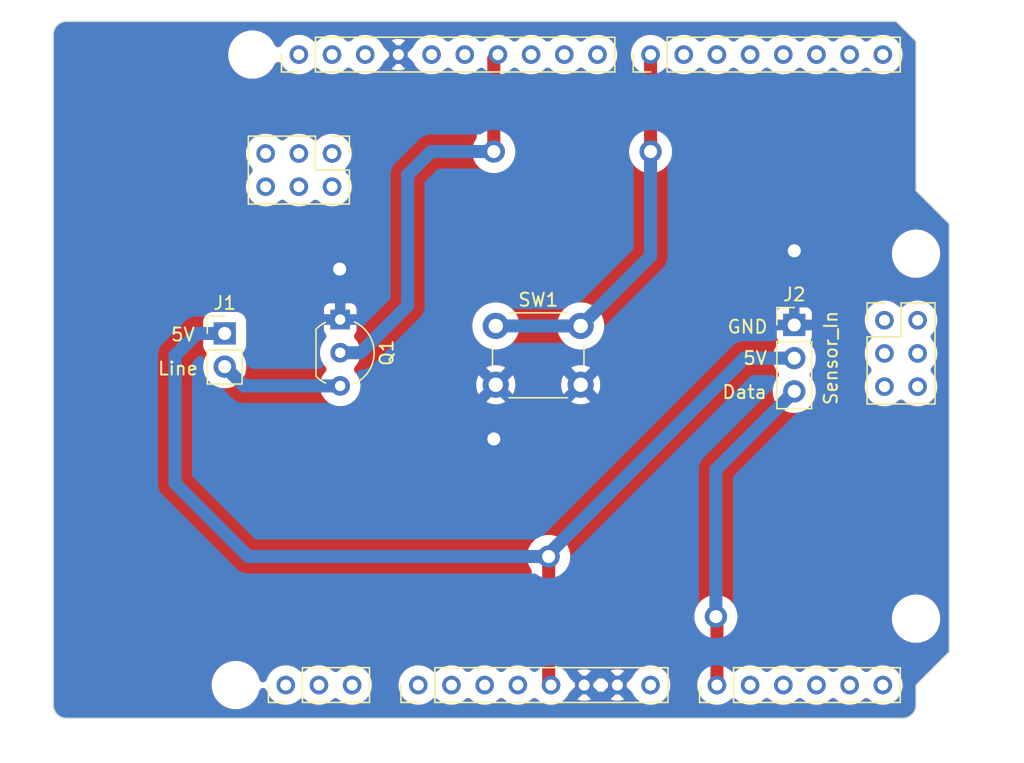
<source format=kicad_pcb>
(kicad_pcb (version 20221018) (generator pcbnew)
  (title_block (title "Arduino UNO R4 Shield Template PCB") (date "2023-07-13") (rev "1.0") (company "MStackoverflow"))
  (layers (0 "F.Cu" signal) (31 "B.Cu" signal) (34 "B.Paste" user) (35 "F.Paste" user) (36 "B.SilkS" user "B.Silkscreen") (37 "F.SilkS" user "F.Silkscreen") (38 "B.Mask" user) (39 "F.Mask" user) (44 "Edge.Cuts" user))
  (net 0 "")
  (net 1 "+5V")
  (net 2 "Net-(J1-Pin_2)")
  (net 3 "GND")
  (net 4 "Data_Sensor")
  (net 5 "Audio_Out")
  (net 6 "Net-(U7-D7)")
  (footprint "ArduinoPinSockets:Arduino_PinSocket_1x03_P2.54mm_Vertical" (layer "F.Cu") (at 124.47499 116.84001 90)
    (fp_text reference "U1" hide)
    (fp_text value "OFF" hide)
    (fp_line (start -1.33 -1.33) (end 0 -1.33) (stroke (width 0.12)) (layer "F.SilkS"))
    (fp_line (start -1.33 0) (end -1.33 -1.33) (stroke (width 0.12)) (layer "F.SilkS"))
    (fp_line (start -1.33 1.27) (end -1.33 6.41) (stroke (width 0.12)) (layer "F.SilkS"))
    (fp_line (start -1.33 1.27) (end 1.33 1.27) (stroke (width 0.12)) (layer "F.SilkS"))
    (fp_line (start -1.33 6.41) (end 1.33 6.41) (stroke (width 0.12)) (layer "F.SilkS"))
    (fp_line (start 1.33 1.27) (end 1.33 6.41) (stroke (width 0.12)) (layer "F.SilkS"))
    (pad "1" thru_hole circle (at 0 0 90) (size 1.422 1.422) (drill 0.85) (layers "*.Cu" "*.Mask"))
    (pad "2" thru_hole circle (at 0 2.54 90) (size 1.422 1.422) (drill 0.85) (layers "*.Cu" "*.Mask"))
    (pad "3" thru_hole circle (at 0 5.08 90) (size 1.422 1.422) (drill 0.85) (layers "*.Cu" "*.Mask"))
  )
  (footprint "Button_Switch_THT:SW_PUSH_6mm" (layer "F.Cu") (at 140.55 89.35)
    (fp_text reference "SW1" (at 3.25 -2) (layer "F.SilkS"))
    (fp_text value "PB1")
    (fp_line (start -0.25 1.5) (end -0.25 3) (stroke (width 0.12)) (layer "F.SilkS"))
    (fp_line (start 1 5.5) (end 5.5 5.5) (stroke (width 0.12)) (layer "F.SilkS"))
    (fp_line (start 5.5 -1) (end 1 -1) (stroke (width 0.12)) (layer "F.SilkS"))
    (fp_line (start 6.75 3) (end 6.75 1.5) (stroke (width 0.12)) (layer "F.SilkS"))
    (pad "1" thru_hole circle (at 0 0 90) (size 2 2) (drill 1.1) (layers "*.Cu" "*.Mask") (net 6 "Net-(U7-D7)"))
    (pad "1" thru_hole circle (at 6.5 0 90) (size 2 2) (drill 1.1) (layers "*.Cu" "*.Mask") (net 6 "Net-(U7-D7)"))
    (pad "2" thru_hole circle (at 0 4.5 90) (size 2 2) (drill 1.1) (layers "*.Cu" "*.Mask") (net 3 "GND"))
    (pad "2" thru_hole circle (at 6.5 4.5 90) (size 2 2) (drill 1.1) (layers "*.Cu" "*.Mask") (net 3 "GND"))
  )
  (footprint "ArduinoPinSockets:Arduino_PinSocket_2x03_P2.54mm_Vertical" (layer "F.Cu") (at 170.30199 88.91501)
    (fp_text reference "U5" hide)
    (fp_text value "ICSP" hide)
    (fp_line (start -1.33 -1.33) (end 0 -1.33) (stroke (width 0.12)) (layer "F.SilkS"))
    (fp_line (start -1.33 0) (end -1.33 -1.33) (stroke (width 0.12)) (layer "F.SilkS"))
    (fp_line (start -1.33 1.27) (end -1.33 6.41) (stroke (width 0.12)) (layer "F.SilkS"))
    (fp_line (start -1.33 1.27) (end 1.27 1.27) (stroke (width 0.12)) (layer "F.SilkS"))
    (fp_line (start -1.33 6.41) (end 3.87 6.41) (stroke (width 0.12)) (layer "F.SilkS"))
    (fp_line (start 1.27 -1.33) (end 3.87 -1.33) (stroke (width 0.12)) (layer "F.SilkS"))
    (fp_line (start 1.27 1.27) (end 1.27 -1.33) (stroke (width 0.12)) (layer "F.SilkS"))
    (fp_line (start 3.87 -1.33) (end 3.87 6.41) (stroke (width 0.12)) (layer "F.SilkS"))
    (pad "1" thru_hole circle (at 0 0) (size 1.422 1.422) (drill 0.85) (layers "*.Cu" "*.Mask"))
    (pad "2" thru_hole circle (at 2.54 0) (size 1.422 1.422) (drill 0.85) (layers "*.Cu" "*.Mask"))
    (pad "3" thru_hole circle (at 0 2.54) (size 1.422 1.422) (drill 0.85) (layers "*.Cu" "*.Mask"))
    (pad "4" thru_hole circle (at 2.54 2.54) (size 1.422 1.422) (drill 0.85) (layers "*.Cu" "*.Mask"))
    (pad "5" thru_hole circle (at 0 5.08) (size 1.422 1.422) (drill 0.85) (layers "*.Cu" "*.Mask"))
    (pad "6" thru_hole circle (at 2.54 5.08) (size 1.422 1.422) (drill 0.85) (layers "*.Cu" "*.Mask"))
  )
  (footprint "Connector_PinHeader_2.54mm:PinHeader_1x03_P2.54mm_Vertical" (layer "F.Cu") (at 163.4 89.275)
    (fp_text reference "J2" (at 0 -2.33) (layer "F.SilkS"))
    (fp_text value "Sensor_In" (at 2.8 2.525 90) (layer "F.SilkS"))
    (fp_line (start -1.33 -1.33) (end 0 -1.33) (stroke (width 0.12)) (layer "F.SilkS"))
    (fp_line (start -1.33 0) (end -1.33 -1.33) (stroke (width 0.12)) (layer "F.SilkS"))
    (fp_line (start -1.33 1.27) (end -1.33 6.41) (stroke (width 0.12)) (layer "F.SilkS"))
    (fp_line (start -1.33 1.27) (end 1.33 1.27) (stroke (width 0.12)) (layer "F.SilkS"))
    (fp_line (start -1.33 6.41) (end 1.33 6.41) (stroke (width 0.12)) (layer "F.SilkS"))
    (fp_line (start 1.33 1.27) (end 1.33 6.41) (stroke (width 0.12)) (layer "F.SilkS"))
    (pad "1" thru_hole rect (at 0 0) (size 1.7 1.7) (drill 1) (layers "*.Cu" "*.Mask") (net 3 "GND"))
    (pad "2" thru_hole oval (at 0 2.54) (size 1.7 1.7) (drill 1) (layers "*.Cu" "*.Mask") (net 1 "+5V"))
    (pad "3" thru_hole oval (at 0 5.08) (size 1.7 1.7) (drill 1) (layers "*.Cu" "*.Mask") (net 4 "Data_Sensor"))
  )
  (footprint "Package_TO_SOT_THT:TO-92_Inline_Wide" (layer "F.Cu") (at 128.64 88.86 -90)
    (fp_text reference "Q1" (at 2.54 -3.56 90) (layer "F.SilkS"))
    (fp_text value "BC547")
    (fp_line (start 0.74 1.85) (end 4.34 1.85) (stroke (width 0.12)) (layer "F.SilkS"))
    (fp_arc (start 0.1836 -1.098807) (mid 1.143021 -2.192817) (end 2.54 -2.6) (stroke (width 0.12)) (layer "F.SilkS"))
    (fp_arc (start 0.74 1.85) (mid 0.446097 1.509328) (end 0.215816 1.122795) (stroke (width 0.12)) (layer "F.SilkS"))
    (fp_arc (start 2.54 -2.6) (mid 3.936979 -2.192818) (end 4.8964 -1.098807) (stroke (width 0.12)) (layer "F.SilkS"))
    (fp_arc (start 4.864184 1.122795) (mid 4.633903 1.509328) (end 4.34 1.85) (stroke (width 0.12)) (layer "F.SilkS"))
    (pad "1" thru_hole rect (at 0 0 270) (size 1.5 1.5) (drill 0.8) (layers "*.Cu" "*.Mask") (net 3 "GND"))
    (pad "2" thru_hole circle (at 2.54 0 270) (size 1.5 1.5) (drill 0.8) (layers "*.Cu" "*.Mask") (net 5 "Audio_Out"))
    (pad "3" thru_hole circle (at 5.08 0 270) (size 1.5 1.5) (drill 0.8) (layers "*.Cu" "*.Mask") (net 2 "Net-(J1-Pin_2)"))
  )
  (footprint "ArduinoMountingHoles:Arduino_MountingHole" (layer "F.Cu") (at 172.72 83.82001)
    (fp_text reference "H1" hide)
    (fp_text value "MountingHole1" hide)
    (pad "" np_thru_hole circle (at 0 0) (size 3.19989 3.19989) (drill 3.19989) (layers "F&B.Cu" "*.Mask"))
  )
  (footprint "ArduinoPinSockets:Arduino_PinSocket_1x08_P2.54mm_Vertical" (layer "F.Cu") (at 152.39999 68.58001 90)
    (fp_text reference "U7" hide)
    (fp_text value "Digital_2" hide)
    (fp_line (start -1.33 -1.33) (end 0 -1.33) (stroke (width 0.12)) (layer "F.SilkS"))
    (fp_line (start -1.33 0) (end -1.33 -1.33) (stroke (width 0.12)) (layer "F.SilkS"))
    (fp_line (start -1.33 1.27) (end -1.33 19.11) (stroke (width 0.12)) (layer "F.SilkS"))
    (fp_line (start -1.33 1.27) (end 1.33 1.27) (stroke (width 0.12)) (layer "F.SilkS"))
    (fp_line (start -1.33 19.11) (end 1.33 19.11) (stroke (width 0.12)) (layer "F.SilkS"))
    (fp_line (start 1.33 1.27) (end 1.33 19.11) (stroke (width 0.12)) (layer "F.SilkS"))
    (pad "11" thru_hole circle (at 0 0 90) (size 1.422 1.422) (drill 0.85) (layers "*.Cu" "*.Mask") (net 6 "Net-(U7-D7)"))
    (pad "12" thru_hole circle (at 0 2.54 90) (size 1.422 1.422) (drill 0.85) (layers "*.Cu" "*.Mask"))
    (pad "13" thru_hole circle (at 0 5.08 90) (size 1.422 1.422) (drill 0.85) (layers "*.Cu" "*.Mask"))
    (pad "14" thru_hole circle (at 0 7.62 90) (size 1.422 1.422) (drill 0.85) (layers "*.Cu" "*.Mask"))
    (pad "15" thru_hole circle (at 0 10.16 90) (size 1.422 1.422) (drill 0.85) (layers "*.Cu" "*.Mask"))
    (pad "16" thru_hole circle (at 0 12.7 90) (size 1.422 1.422) (drill 0.85) (layers "*.Cu" "*.Mask"))
    (pad "17" thru_hole circle (at 0 15.24 90) (size 1.422 1.422) (drill 0.85) (layers "*.Cu" "*.Mask"))
    (pad "18" thru_hole circle (at 0 17.78 90) (size 1.422 1.422) (drill 0.85) (layers "*.Cu" "*.Mask"))
  )
  (footprint "Connector_PinHeader_2.54mm:PinHeader_1x02_P2.54mm_Vertical" (layer "F.Cu") (at 119.8 89.925)
    (fp_text reference "J1" (at 0 -2.33) (layer "F.SilkS"))
    (fp_text value "Speaker_Out")
    (fp_line (start -1.33 -1.33) (end 0 -1.33) (stroke (width 0.12)) (layer "F.SilkS"))
    (fp_line (start -1.33 0) (end -1.33 -1.33) (stroke (width 0.12)) (layer "F.SilkS"))
    (fp_line (start -1.33 1.27) (end -1.33 3.87) (stroke (width 0.12)) (layer "F.SilkS"))
    (fp_line (start -1.33 1.27) (end 1.33 1.27) (stroke (width 0.12)) (layer "F.SilkS"))
    (fp_line (start -1.33 3.87) (end 1.33 3.87) (stroke (width 0.12)) (layer "F.SilkS"))
    (fp_line (start 1.33 1.27) (end 1.33 3.87) (stroke (width 0.12)) (layer "F.SilkS"))
    (pad "1" thru_hole rect (at 0 0) (size 1.7 1.7) (drill 1) (layers "*.Cu" "*.Mask") (net 1 "+5V"))
    (pad "2" thru_hole oval (at 0 2.54) (size 1.7 1.7) (drill 1) (layers "*.Cu" "*.Mask") (net 2 "Net-(J1-Pin_2)"))
  )
  (footprint "ArduinoPinSockets:Arduino_PinSocket_1x10_P2.54mm_Vertical" (layer "F.Cu") (at 125.476 68.58 90)
    (fp_text reference "U6" hide)
    (fp_text value "Digital_1" hide)
    (fp_line (start -1.33 -1.33) (end 0 -1.33) (stroke (width 0.12)) (layer "F.SilkS"))
    (fp_line (start -1.33 0) (end -1.33 -1.33) (stroke (width 0.12)) (layer "F.SilkS"))
    (fp_line (start -1.33 1.27) (end -1.33 24.19) (stroke (width 0.12)) (layer "F.SilkS"))
    (fp_line (start -1.33 1.27) (end 1.33 1.27) (stroke (width 0.12)) (layer "F.SilkS"))
    (fp_line (start -1.33 24.19) (end 1.33 24.19) (stroke (width 0.12)) (layer "F.SilkS"))
    (fp_line (start 1.33 1.27) (end 1.33 24.19) (stroke (width 0.12)) (layer "F.SilkS"))
    (pad "1" thru_hole circle (at 0 0 90) (size 1.422 1.422) (drill 0.85) (layers "*.Cu" "*.Mask"))
    (pad "2" thru_hole circle (at 0 2.54 90) (size 1.422 1.422) (drill 0.85) (layers "*.Cu" "*.Mask"))
    (pad "3" thru_hole circle (at 0 5.08 90) (size 1.422 1.422) (drill 0.85) (layers "*.Cu" "*.Mask"))
    (pad "4" thru_hole circle (at 0 7.62 90) (size 1.422 1.422) (drill 0.85) (layers "*.Cu" "*.Mask") (net 3 "GND"))
    (pad "5" thru_hole circle (at 0 10.16 90) (size 1.422 1.422) (drill 0.85) (layers "*.Cu" "*.Mask"))
    (pad "6" thru_hole circle (at 0 12.7 90) (size 1.422 1.422) (drill 0.85) (layers "*.Cu" "*.Mask"))
    (pad "7" thru_hole circle (at 0 15.24 90) (size 1.422 1.422) (drill 0.85) (layers "*.Cu" "*.Mask") (net 5 "Audio_Out"))
    (pad "8" thru_hole circle (at 0 17.78 90) (size 1.422 1.422) (drill 0.85) (layers "*.Cu" "*.Mask"))
    (pad "9" thru_hole circle (at 0 20.32 90) (size 1.422 1.422) (drill 0.85) (layers "*.Cu" "*.Mask"))
    (pad "10" thru_hole circle (at 0 22.86 90) (size 1.422 1.422) (drill 0.85) (layers "*.Cu" "*.Mask"))
  )
  (footprint "ArduinoMountingHoles:Arduino_MountingHole" (layer "F.Cu") (at 120.65 116.84)
    (fp_text reference "H4" hide)
    (fp_text value "MountingHole4" hide)
    (pad "" np_thru_hole circle (at 0 0) (size 3.19989 3.19989) (drill 3.19989) (layers "F&B.Cu" "*.Mask"))
  )
  (footprint "ArduinoPinSockets:Arduino_PinSocket_1x06_P2.54mm_Vertical" (layer "F.Cu") (at 157.48 116.84 90)
    (fp_text reference "U3" hide)
    (fp_text value "Analog_2" hide)
    (fp_line (start -1.33 -1.33) (end 0 -1.33) (stroke (width 0.12)) (layer "F.SilkS"))
    (fp_line (start -1.33 0) (end -1.33 -1.33) (stroke (width 0.12)) (layer "F.SilkS"))
    (fp_line (start -1.33 1.27) (end -1.33 14.03) (stroke (width 0.12)) (layer "F.SilkS"))
    (fp_line (start -1.33 1.27) (end 1.33 1.27) (stroke (width 0.12)) (layer "F.SilkS"))
    (fp_line (start -1.33 14.03) (end 1.33 14.03) (stroke (width 0.12)) (layer "F.SilkS"))
    (fp_line (start 1.33 1.27) (end 1.33 14.03) (stroke (width 0.12)) (layer "F.SilkS"))
    (pad "9" thru_hole circle (at 0 0 90) (size 1.422 1.422) (drill 0.85) (layers "*.Cu" "*.Mask") (net 4 "Data_Sensor"))
    (pad "10" thru_hole circle (at 0 2.54 90) (size 1.422 1.422) (drill 0.85) (layers "*.Cu" "*.Mask"))
    (pad "11" thru_hole circle (at 0 5.08 90) (size 1.422 1.422) (drill 0.85) (layers "*.Cu" "*.Mask"))
    (pad "12" thru_hole circle (at 0 7.62 90) (size 1.422 1.422) (drill 0.85) (layers "*.Cu" "*.Mask"))
    (pad "13" thru_hole circle (at 0 10.16 90) (size 1.422 1.422) (drill 0.85) (layers "*.Cu" "*.Mask"))
    (pad "14" thru_hole circle (at 0 12.7 90) (size 1.422 1.422) (drill 0.85) (layers "*.Cu" "*.Mask"))
  )
  (footprint "ArduinoPinSockets:Arduino_PinSocket_1x08_P2.54mm_Vertical" (layer "F.Cu") (at 134.62 116.84 90)
    (fp_text reference "U2" hide)
    (fp_text value "Analog_1" hide)
    (fp_line (start -1.33 -1.33) (end 0 -1.33) (stroke (width 0.12)) (layer "F.SilkS"))
    (fp_line (start -1.33 0) (end -1.33 -1.33) (stroke (width 0.12)) (layer "F.SilkS"))
    (fp_line (start -1.33 1.27) (end -1.33 19.11) (stroke (width 0.12)) (layer "F.SilkS"))
    (fp_line (start -1.33 1.27) (end 1.33 1.27) (stroke (width 0.12)) (layer "F.SilkS"))
    (fp_line (start -1.33 19.11) (end 1.33 19.11) (stroke (width 0.12)) (layer "F.SilkS"))
    (fp_line (start 1.33 1.27) (end 1.33 19.11) (stroke (width 0.12)) (layer "F.SilkS"))
    (pad "1" thru_hole circle (at 0 0 90) (size 1.422 1.422) (drill 0.85) (layers "*.Cu" "*.Mask"))
    (pad "2" thru_hole circle (at 0 2.54 90) (size 1.422 1.422) (drill 0.85) (layers "*.Cu" "*.Mask"))
    (pad "3" thru_hole circle (at 0 5.08 90) (size 1.422 1.422) (drill 0.85) (layers "*.Cu" "*.Mask"))
    (pad "4" thru_hole circle (at 0 7.62 90) (size 1.422 1.422) (drill 0.85) (layers "*.Cu" "*.Mask"))
    (pad "5" thru_hole circle (at 0 10.16 90) (size 1.422 1.422) (drill 0.85) (layers "*.Cu" "*.Mask") (net 1 "+5V"))
    (pad "6" thru_hole circle (at 0 12.7 90) (size 1.422 1.422) (drill 0.85) (layers "*.Cu" "*.Mask") (net 3 "GND"))
    (pad "7" thru_hole circle (at 0 15.24 90) (size 1.422 1.422) (drill 0.85) (layers "*.Cu" "*.Mask") (net 3 "GND"))
    (pad "8" thru_hole circle (at 0 17.78 90) (size 1.422 1.422) (drill 0.85) (layers "*.Cu" "*.Mask"))
  )
  (footprint "ArduinoMountingHoles:Arduino_MountingHole" (layer "F.Cu") (at 121.91999 68.58001)
    (fp_text reference "H2" hide)
    (fp_text value "MountingHole2" hide)
    (pad "" np_thru_hole circle (at 0 0) (size 3.19989 3.19989) (drill 3.19989) (layers "F&B.Cu" "*.Mask"))
  )
  (footprint "ArduinoPinSockets:Arduino_PinSocket_2x03_P2.54mm_Vertical" (layer "F.Cu") (at 128.016 76.1492 -90)
    (fp_text reference "U4" hide)
    (fp_text value "ESP32-S3" hide)
    (fp_line (start -1.33 -1.33) (end 0 -1.33) (stroke (width 0.12)) (layer "F.SilkS"))
    (fp_line (start -1.33 0) (end -1.33 -1.33) (stroke (width 0.12)) (layer "F.SilkS"))
    (fp_line (start -1.33 1.27) (end -1.33 6.41) (stroke (width 0.12)) (layer "F.SilkS"))
    (fp_line (start -1.33 1.27) (end 1.27 1.27) (stroke (width 0.12)) (layer "F.SilkS"))
    (fp_line (start -1.33 6.41) (end 3.87 6.41) (stroke (width 0.12)) (layer "F.SilkS"))
    (fp_line (start 1.27 -1.33) (end 3.87 -1.33) (stroke (width 0.12)) (layer "F.SilkS"))
    (fp_line (start 1.27 1.27) (end 1.27 -1.33) (stroke (width 0.12)) (layer "F.SilkS"))
    (fp_line (start 3.87 -1.33) (end 3.87 6.41) (stroke (width 0.12)) (layer "F.SilkS"))
    (pad "1" thru_hole circle (at 0 0 270) (size 1.422 1.422) (drill 0.85) (layers "*.Cu" "*.Mask"))
    (pad "2" thru_hole circle (at 2.54 0 270) (size 1.422 1.422) (drill 0.85) (layers "*.Cu" "*.Mask"))
    (pad "3" thru_hole circle (at 0 2.54 270) (size 1.422 1.422) (drill 0.85) (layers "*.Cu" "*.Mask"))
    (pad "4" thru_hole circle (at 2.54 2.54 270) (size 1.422 1.422) (drill 0.85) (layers "*.Cu" "*.Mask"))
    (pad "5" thru_hole circle (at 0 5.08 270) (size 1.422 1.422) (drill 0.85) (layers "*.Cu" "*.Mask"))
    (pad "6" thru_hole circle (at 2.54 5.08 270) (size 1.422 1.422) (drill 0.85) (layers "*.Cu" "*.Mask"))
  )
  (footprint "ArduinoMountingHoles:Arduino_MountingHole" (layer "F.Cu") (at 172.72 111.76)
    (fp_text reference "H3" hide)
    (fp_text value "MountingHole3" hide)
    (pad "" np_thru_hole circle (at 0 0) (size 3.19989 3.19989) (drill 3.19989) (layers "F&B.Cu" "*.Mask"))
  )
  (gr_line (start 171.196 66.04) (end 172.72 67.564) (stroke (width 0.1)) (layer "Edge.Cuts"))
  (gr_arc (start 107.696 119.38) (mid 106.97758 119.08242) (end 106.68 118.364) (stroke (width 0.1)) (layer "Edge.Cuts"))
  (gr_line (start 172.72 78.994) (end 175.26 81.534) (stroke (width 0.1)) (layer "Edge.Cuts"))
  (gr_arc (start 172.72 118.364) (mid 172.42242 119.08242) (end 171.704 119.38) (stroke (width 0.1)) (layer "Edge.Cuts"))
  (gr_line (start 175.26 81.534) (end 175.26 114.3) (stroke (width 0.1)) (layer "Edge.Cuts"))
  (gr_line (start 171.704 119.38) (end 107.696 119.38) (stroke (width 0.1)) (layer "Edge.Cuts"))
  (gr_line (start 175.26 114.3) (end 172.72 116.84) (stroke (width 0.1)) (layer "Edge.Cuts"))
  (gr_line (start 172.72 67.564) (end 172.72 78.994) (stroke (width 0.1)) (layer "Edge.Cuts"))
  (gr_arc (start 106.68 67.056) (mid 106.97758 66.33758) (end 107.696 66.04) (stroke (width 0.1)) (layer "Edge.Cuts"))
  (gr_line (start 172.72 116.84) (end 172.72 118.364) (stroke (width 0.1)) (layer "Edge.Cuts"))
  (gr_line (start 107.696 66.04) (end 171.196 66.04) (stroke (width 0.1)) (layer "Edge.Cuts"))
  (gr_line (start 106.68 118.364) (end 106.68 67.056) (stroke (width 0.1)) (layer "Edge.Cuts"))
  (gr_text "GND" (at 158.2 90) (layer "F.SilkS") (effects (font (size 1 1)) (justify left bottom)))
  (gr_text "5V" (at 115.6 90.6) (layer "F.SilkS") (effects (font (size 1 1)) (justify left bottom)))
  (gr_text "Data" (at 157.8 95) (layer "F.SilkS") (effects (font (size 1 1)) (justify left bottom)))
  (gr_text "5V" (at 159.4 92.4) (layer "F.SilkS") (effects (font (size 1 1)) (justify left bottom)))
  (gr_text "Line" (at 114.6 93.2) (layer "F.SilkS") (effects (font (size 1 1)) (justify left bottom)))
  (segment (start 144.6 107) (end 144.6 116.66) (width 1) (layer "F.Cu") (net 1))
  (segment (start 144.6 116.66) (end 144.78 116.84) (width 1) (layer "F.Cu") (net 1))
  (via (at 144.6 107) (size 1.7) (drill 1) (layers "F.Cu" "B.Cu") (net 1))
  (segment (start 117.675 89.925) (end 116 91.6) (width 1) (layer "B.Cu") (net 1))
  (segment (start 116 101.4) (end 121.6 107) (width 1) (layer "B.Cu") (net 1))
  (segment (start 163.4 91.815) (end 159.585 91.815) (width 1) (layer "B.Cu") (net 1))
  (segment (start 153.2 98.2) (end 144.6 106.8) (width 1) (layer "B.Cu") (net 1))
  (segment (start 116 91.6) (end 116 101.4) (width 1) (layer "B.Cu") (net 1))
  (segment (start 119.8 89.925) (end 117.675 89.925) (width 1) (layer "B.Cu") (net 1))
  (segment (start 144.6 106.8) (end 144.6 107) (width 1) (layer "B.Cu") (net 1))
  (segment (start 159.585 91.815) (end 153.2 98.2) (width 1) (layer "B.Cu") (net 1))
  (segment (start 121.6 107) (end 144.6 107) (width 1) (layer "B.Cu") (net 1))
  (segment (start 121.275 93.94) (end 119.8 92.465) (width 1) (layer "B.Cu") (net 2))
  (segment (start 128.64 93.94) (end 121.275 93.94) (width 1) (layer "B.Cu") (net 2))
  (via (at 163.4 83.6) (size 1.7) (drill 1) (layers "F.Cu" "B.Cu") (net 3))
  (via (at 140.4 98) (size 1.7) (drill 1) (layers "F.Cu" "B.Cu") (net 3))
  (via (at 128.6 85) (size 1.7) (drill 1) (layers "F.Cu" "B.Cu") (net 3))
  (segment (start 157.48 111.68) (end 157.4 111.6) (width 1) (layer "F.Cu") (net 4))
  (segment (start 157.48 116.84) (end 157.48 111.68) (width 1) (layer "F.Cu") (net 4))
  (via (at 157.4 111.6) (size 1.7) (drill 1) (layers "F.Cu" "B.Cu") (net 4))
  (segment (start 157.4 111.6) (end 157.4 100.355) (width 1) (layer "B.Cu") (net 4))
  (segment (start 157.4 100.355) (end 163.4 94.355) (width 1) (layer "B.Cu") (net 4))
  (segment (start 140.4 76) (end 140.4 68.896) (width 1) (layer "F.Cu") (net 5))
  (segment (start 140.4 68.896) (end 140.716 68.58) (width 1) (layer "F.Cu") (net 5))
  (via (at 140.4 76) (size 1.7) (drill 1) (layers "F.Cu" "B.Cu") (net 5))
  (segment (start 133.8 77.8) (end 135.6 76) (width 1) (layer "B.Cu") (net 5))
  (segment (start 135.6 76) (end 140.4 76) (width 1) (layer "B.Cu") (net 5))
  (segment (start 128.64 91.4) (end 130.2 91.4) (width 1) (layer "B.Cu") (net 5))
  (segment (start 130.2 91.4) (end 133.8 87.8) (width 1) (layer "B.Cu") (net 5))
  (segment (start 133.8 77.8) (end 133.8 87.8) (width 1) (layer "B.Cu") (net 5))
  (segment (start 152.39999 75.99999) (end 152.4 76) (width 1) (layer "F.Cu") (net 6))
  (segment (start 152.39999 68.58001) (end 152.39999 75.99999) (width 1) (layer "F.Cu") (net 6))
  (via (at 152.4 76) (size 1.7) (drill 1) (layers "F.Cu" "B.Cu") (net 6))
  (segment (start 152.4 84) (end 147.05 89.35) (width 1) (layer "B.Cu") (net 6))
  (segment (start 152.4 76) (end 152.4 84) (width 1) (layer "B.Cu") (net 6))
  (segment (start 147.05 89.35) (end 140.55 89.35) (width 1) (layer "B.Cu") (net 6))
  (zone (net 3) (net_name "GND") (layers "F&B.Cu") (connect_pads (clearance 0.8)) (min_thickness 0.6) (fill yes (thermal_gap 0.5) (thermal_bridge_width 0.8))
    (polygon (pts (xy 102.6 64.4) (xy 180.8 65) (xy 181 122.8) (xy 102.6 121.8) (xy 102.8 64.4)))
  )
)
</source>
